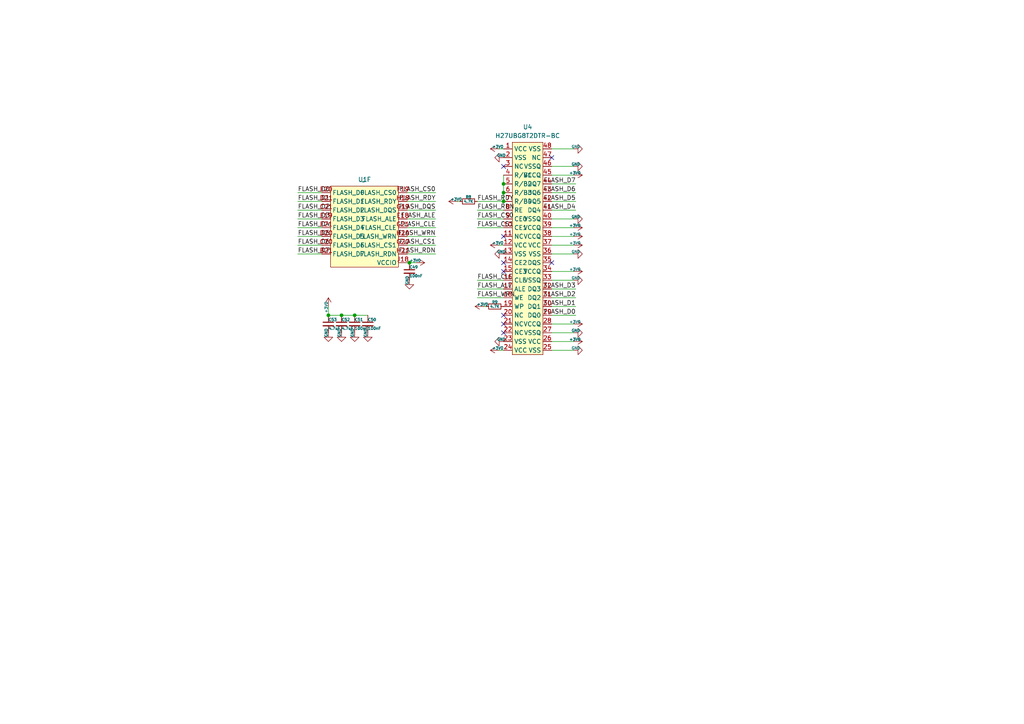
<source format=kicad_sch>
(kicad_sch (version 20221206) (generator eeschema)
  (paper "A4")
  (lib_symbols
    (symbol "Device:C_Small" (pin_numbers hide) (pin_names (offset 0.254) hide)
      (property "Reference" "C" (at 0.254 1.778 0))
      (property "Value" "C_Small" (at 0.254 -2.032 0))
      (symbol "C_Small_0_1"
        (polyline (pts (xy -1.524 -0.508) (xy 1.524 -0.508)) (stroke (width 0.3302)))
        (polyline (pts (xy -1.524 0.508) (xy 1.524 0.508)) (stroke (width 0.3048)))
      )
      (symbol "C_Small_1_1"
        (pin passive line (at 0 2.54 270) (length 2.032) (name "~") (number "1"))
        (pin passive line (at 0 -2.54 90) (length 2.032) (name "~") (number "2"))
      )
    )
    (symbol "Device:R_Small" (pin_numbers hide) (pin_names (offset 0.254) hide)
      (property "Reference" "R" (at 0.762 0.508 0))
      (property "Value" "R_Small" (at 0.762 -1.016 0))
      (symbol "R_Small_0_1"
        (rectangle (start -0.762 1.778) (end 0.762 -1.778) (stroke (width 0.2032)))
      )
      (symbol "R_Small_1_1"
        (pin passive line (at 0 2.54 270) (length 0.762) (name "~") (number "1"))
        (pin passive line (at 0 -2.54 90) (length 0.762) (name "~") (number "2"))
      )
    )
    (symbol "Symbols:H27UBG8T2DTR-BC"
      (property "Reference" "U" (at 0 3.175 0))
      (property "Value" "H27UBG8T2DTR-BC" (at 0 1.27 0))
      (symbol "H27UBG8T2DTR-BC_0_1"
        (rectangle (start -4.445 0) (end 4.445 -61.595) (fill (type background)))
      )
      (symbol "H27UBG8T2DTR-BC_1_1"
        (pin passive line (at -6.985 -1.905 0) (length 2.54) (name "VCC") (number "1"))
        (pin bidirectional line (at -6.985 -24.765 0) (length 2.54) (name "CE1") (number "10"))
        (pin passive line (at -6.985 -27.305 0) (length 2.54) (name "NC") (number "11"))
        (pin passive line (at -6.985 -29.845 0) (length 2.54) (name "VCC") (number "12"))
        (pin passive line (at -6.985 -32.385 0) (length 2.54) (name "VSS") (number "13"))
        (pin bidirectional line (at -6.985 -34.925 0) (length 2.54) (name "CE2") (number "14"))
        (pin bidirectional line (at -6.985 -37.465 0) (length 2.54) (name "CE3") (number "15"))
        (pin bidirectional line (at -6.985 -40.005 0) (length 2.54) (name "CLE") (number "16"))
        (pin bidirectional line (at -6.985 -42.545 0) (length 2.54) (name "ALE") (number "17"))
        (pin bidirectional line (at -6.985 -45.085 0) (length 2.54) (name "WE") (number "18"))
        (pin input line (at -6.985 -47.625 0) (length 2.54) (name "WP") (number "19"))
        (pin passive line (at -6.985 -4.445 0) (length 2.54) (name "VSS") (number "2"))
        (pin passive line (at -6.985 -50.165 0) (length 2.54) (name "NC") (number "20"))
        (pin passive line (at -6.985 -52.705 0) (length 2.54) (name "NC") (number "21"))
        (pin passive line (at -6.985 -55.245 0) (length 2.54) (name "NC") (number "22"))
        (pin passive line (at -6.985 -57.785 0) (length 2.54) (name "VSS") (number "23"))
        (pin passive line (at -6.985 -60.325 0) (length 2.54) (name "VCC") (number "24"))
        (pin passive line (at 6.985 -60.325 180) (length 2.54) (name "VSS") (number "25"))
        (pin passive line (at 6.985 -57.785 180) (length 2.54) (name "VCC") (number "26"))
        (pin passive line (at 6.985 -55.245 180) (length 2.54) (name "VSSQ") (number "27"))
        (pin passive line (at 6.985 -52.705 180) (length 2.54) (name "VCCQ") (number "28"))
        (pin bidirectional line (at 6.985 -50.165 180) (length 2.54) (name "DQ0") (number "29"))
        (pin passive line (at -6.985 -6.985 0) (length 2.54) (name "NC") (number "3"))
        (pin bidirectional line (at 6.985 -47.625 180) (length 2.54) (name "DQ1") (number "30"))
        (pin bidirectional line (at 6.985 -45.085 180) (length 2.54) (name "DQ2") (number "31"))
        (pin bidirectional line (at 6.985 -42.545 180) (length 2.54) (name "DQ3") (number "32"))
        (pin passive line (at 6.985 -40.005 180) (length 2.54) (name "VSSQ") (number "33"))
        (pin passive line (at 6.985 -37.465 180) (length 2.54) (name "VCCQ") (number "34"))
        (pin bidirectional line (at 6.985 -34.925 180) (length 2.54) (name "DQS") (number "35"))
        (pin passive line (at 6.985 -32.385 180) (length 2.54) (name "VSS") (number "36"))
        (pin passive line (at 6.985 -29.845 180) (length 2.54) (name "VCC") (number "37"))
        (pin passive line (at 6.985 -27.305 180) (length 2.54) (name "VCCQ") (number "38"))
        (pin passive line (at 6.985 -24.765 180) (length 2.54) (name "VCCQ") (number "39"))
        (pin bidirectional line (at -6.985 -9.525 0) (length 2.54) (name "R/B1") (number "4"))
        (pin passive line (at 6.985 -22.225 180) (length 2.54) (name "VSSQ") (number "40"))
        (pin bidirectional line (at 6.985 -19.685 180) (length 2.54) (name "DQ4") (number "41"))
        (pin bidirectional line (at 6.985 -17.145 180) (length 2.54) (name "DQ5") (number "42"))
        (pin bidirectional line (at 6.985 -14.605 180) (length 2.54) (name "DQ6") (number "43"))
        (pin bidirectional line (at 6.985 -12.065 180) (length 2.54) (name "DQ7") (number "44"))
        (pin passive line (at 6.985 -9.525 180) (length 2.54) (name "VCCQ") (number "45"))
        (pin passive line (at 6.985 -6.985 180) (length 2.54) (name "VSSQ") (number "46"))
        (pin passive line (at 6.985 -4.445 180) (length 2.54) (name "NC") (number "47"))
        (pin passive line (at 6.985 -1.905 180) (length 2.54) (name "VSS") (number "48"))
        (pin bidirectional line (at -6.985 -12.065 0) (length 2.54) (name "R/B2") (number "5"))
        (pin bidirectional line (at -6.985 -14.605 0) (length 2.54) (name "R/B3") (number "6"))
        (pin bidirectional line (at -6.985 -17.145 0) (length 2.54) (name "R/B4") (number "7"))
        (pin bidirectional line (at -6.985 -19.685 0) (length 2.54) (name "RE") (number "8"))
        (pin bidirectional line (at -6.985 -22.225 0) (length 2.54) (name "CE0") (number "9"))
      )
    )
    (symbol "Symbols:RK3326"
      (property "Reference" "U" (at 0 0 0))
      (symbol "RK3326_1_1"
        (rectangle (start -4.445 -0.635) (end 4.445 -193.675) (fill (type background)))
        (pin passive line (at -6.985 -189.865 0) (length 2.54) (name "GND") (number "A1"))
        (pin passive line (at -6.985 -179.705 0) (length 2.54) (name "GND") (number "A11"))
        (pin passive line (at -6.985 -187.325 0) (length 2.54) (name "GND") (number "A21"))
        (pin passive line (at -6.985 -182.245 0) (length 2.54) (name "GND") (number "AA1"))
        (pin passive line (at -6.985 -184.785 0) (length 2.54) (name "GND") (number "AA21"))
        (pin passive line (at 6.985 -45.085 180) (length 2.54) (name "GND") (number "AA3"))
        (pin passive line (at -6.985 -177.165 0) (length 2.54) (name "GND") (number "B6"))
        (pin passive line (at -6.985 -174.625 0) (length 2.54) (name "GND") (number "B9"))
        (pin passive line (at -6.985 -167.005 0) (length 2.54) (name "GND") (number "C12"))
        (pin passive line (at -6.985 -172.085 0) (length 2.54) (name "GND") (number "C3"))
        (pin passive line (at -6.985 -169.545 0) (length 2.54) (name "GND") (number "C5"))
        (pin passive line (at -6.985 -164.465 0) (length 2.54) (name "GND") (number "D3"))
        (pin passive line (at -6.985 -161.925 0) (length 2.54) (name "GND") (number "D4"))
        (pin passive line (at -6.985 -159.385 0) (length 2.54) (name "GND") (number "D7"))
        (pin passive line (at -6.985 -139.065 0) (length 2.54) (name "GND") (number "E10"))
        (pin passive line (at -6.985 -131.445 0) (length 2.54) (name "GND") (number "E11"))
        (pin passive line (at -6.985 -156.845 0) (length 2.54) (name "GND") (number "E3"))
        (pin passive line (at -6.985 -154.305 0) (length 2.54) (name "GND") (number "E4"))
        (pin passive line (at -6.985 -151.765 0) (length 2.54) (name "GND") (number "E5"))
        (pin passive line (at -6.985 -149.225 0) (length 2.54) (name "GND") (number "E6"))
        (pin passive line (at -6.985 -146.685 0) (length 2.54) (name "GND") (number "E7"))
        (pin passive line (at -6.985 -144.145 0) (length 2.54) (name "GND") (number "E8"))
        (pin passive line (at -6.985 -141.605 0) (length 2.54) (name "GND") (number "E9"))
        (pin passive line (at -6.985 -128.905 0) (length 2.54) (name "GND") (number "F14"))
        (pin passive line (at -6.985 -126.365 0) (length 2.54) (name "GND") (number "F15"))
        (pin passive line (at -6.985 -123.825 0) (length 2.54) (name "GND") (number "F16"))
        (pin passive line (at -6.985 -136.525 0) (length 2.54) (name "GND") (number "F2"))
        (pin passive line (at -6.985 -133.985 0) (length 2.54) (name "GND") (number "F5"))
        (pin passive line (at -6.985 -113.665 0) (length 2.54) (name "GND") (number "G11"))
        (pin passive line (at -6.985 -108.585 0) (length 2.54) (name "GND") (number "G13"))
        (pin passive line (at -6.985 -106.045 0) (length 2.54) (name "GND") (number "G14"))
        (pin passive line (at -6.985 -70.485 0) (length 2.54) (name "GND") (number "G15"))
        (pin passive line (at -6.985 -73.025 0) (length 2.54) (name "GND") (number "G16"))
        (pin passive line (at -6.985 -121.285 0) (length 2.54) (name "GND") (number "G5"))
        (pin passive line (at -6.985 -118.745 0) (length 2.54) (name "GND") (number "G7"))
        (pin passive line (at -6.985 -116.205 0) (length 2.54) (name "GND") (number "G8"))
        (pin passive line (at -6.985 -80.645 0) (length 2.54) (name "GND") (number "H10"))
        (pin passive line (at -6.985 -78.105 0) (length 2.54) (name "GND") (number "H11"))
        (pin passive line (at -6.985 -75.565 0) (length 2.54) (name "GND") (number "H12"))
        (pin passive line (at -6.985 -52.705 0) (length 2.54) (name "GND") (number "H13"))
        (pin passive line (at -6.985 -47.625 0) (length 2.54) (name "GND") (number "H17"))
        (pin passive line (at -6.985 -98.425 0) (length 2.54) (name "GND") (number "H2"))
        (pin passive line (at -6.985 -95.885 0) (length 2.54) (name "GND") (number "H3"))
        (pin passive line (at -6.985 -93.345 0) (length 2.54) (name "GND") (number "H4"))
        (pin passive line (at -6.985 -90.805 0) (length 2.54) (name "GND") (number "H5"))
        (pin passive line (at -6.985 -88.265 0) (length 2.54) (name "GND") (number "H7"))
        (pin passive line (at -6.985 -85.725 0) (length 2.54) (name "GND") (number "H8"))
        (pin passive line (at -6.985 -83.185 0) (length 2.54) (name "GND") (number "H9"))
        (pin passive line (at -6.985 -60.325 0) (length 2.54) (name "GND") (number "J10"))
        (pin passive line (at -6.985 -57.785 0) (length 2.54) (name "GND") (number "J11"))
        (pin passive line (at -6.985 -55.245 0) (length 2.54) (name "GND") (number "J12"))
        (pin passive line (at -6.985 -29.845 0) (length 2.54) (name "GND") (number "J13"))
        (pin passive line (at -6.985 -50.165 0) (length 2.54) (name "GND") (number "J17"))
        (pin passive line (at -6.985 -67.945 0) (length 2.54) (name "GND") (number "J5"))
        (pin passive line (at -6.985 -65.405 0) (length 2.54) (name "GND") (number "J8"))
        (pin passive line (at -6.985 -62.865 0) (length 2.54) (name "GND") (number "J9"))
        (pin passive line (at -6.985 -37.465 0) (length 2.54) (name "GND") (number "K11"))
        (pin passive line (at -6.985 -32.385 0) (length 2.54) (name "GND") (number "K12"))
        (pin passive line (at -6.985 -27.305 0) (length 2.54) (name "GND") (number "K13"))
        (pin passive line (at -6.985 -22.225 0) (length 2.54) (name "GND") (number "K17"))
        (pin passive line (at -6.985 -19.685 0) (length 2.54) (name "GND") (number "K18"))
        (pin passive line (at -6.985 -45.085 0) (length 2.54) (name "GND") (number "K5"))
        (pin passive line (at -6.985 -42.545 0) (length 2.54) (name "GND") (number "K8"))
        (pin passive line (at 6.985 -192.405 180) (length 2.54) (name "GND") (number "L12"))
        (pin passive line (at -6.985 -17.145 0) (length 2.54) (name "GND") (number "L13"))
        (pin passive line (at -6.985 -24.765 0) (length 2.54) (name "GND") (number "L14"))
        (pin passive line (at 6.985 -6.985 180) (length 2.54) (name "GND") (number "L15"))
        (pin passive line (at 6.985 -83.185 180) (length 2.54) (name "GND") (number "L16"))
        (pin passive line (at 6.985 -24.765 180) (length 2.54) (name "GND") (number "L17"))
        (pin passive line (at 6.985 -88.265 180) (length 2.54) (name "GND") (number "L18"))
        (pin passive line (at -6.985 -14.605 0) (length 2.54) (name "GND") (number "L3"))
        (pin passive line (at -6.985 -12.065 0) (length 2.54) (name "GND") (number "L4"))
        (pin passive line (at -6.985 -9.525 0) (length 2.54) (name "GND") (number "L5"))
        (pin passive line (at -6.985 -6.985 0) (length 2.54) (name "GND") (number "L8"))
        (pin passive line (at 6.985 -29.845 180) (length 2.54) (name "GND") (number "M10"))
        (pin passive line (at -6.985 -34.925 0) (length 2.54) (name "GND") (number "M12"))
        (pin passive line (at -6.985 -40.005 0) (length 2.54) (name "GND") (number "M13"))
        (pin passive line (at -6.985 -1.905 0) (length 2.54) (name "GND") (number "M14"))
        (pin passive line (at 6.985 -90.805 180) (length 2.54) (name "GND") (number "M15"))
        (pin passive line (at 6.985 -70.485 180) (length 2.54) (name "GND") (number "M16"))
        (pin passive line (at 6.985 -55.245 180) (length 2.54) (name "GND") (number "M17"))
        (pin passive line (at 6.985 -75.565 180) (length 2.54) (name "GND") (number "M5"))
        (pin passive line (at 6.985 -40.005 180) (length 2.54) (name "GND") (number "M8"))
        (pin passive line (at 6.985 -67.945 180) (length 2.54) (name "GND") (number "M9"))
        (pin passive line (at 6.985 -80.645 180) (length 2.54) (name "GND") (number "N10"))
        (pin passive line (at -6.985 -4.445 0) (length 2.54) (name "GND") (number "N14"))
        (pin passive line (at 6.985 -34.925 180) (length 2.54) (name "GND") (number "N15"))
        (pin passive line (at 6.985 -9.525 180) (length 2.54) (name "GND") (number "N16"))
        (pin passive line (at 6.985 -50.165 180) (length 2.54) (name "GND") (number "N3"))
        (pin passive line (at 6.985 -22.225 180) (length 2.54) (name "GND") (number "N5"))
        (pin passive line (at 6.985 -12.065 180) (length 2.54) (name "GND") (number "N6"))
        (pin passive line (at 6.985 -78.105 180) (length 2.54) (name "GND") (number "N7"))
        (pin passive line (at 6.985 -42.545 180) (length 2.54) (name "GND") (number "N8"))
        (pin passive line (at 6.985 -27.305 180) (length 2.54) (name "GND") (number "N9"))
        (pin passive line (at 6.985 -62.865 180) (length 2.54) (name "GND") (number "P10"))
        (pin passive line (at 6.985 -17.145 180) (length 2.54) (name "GND") (number "P11"))
        (pin passive line (at 6.985 -73.025 180) (length 2.54) (name "GND") (number "P12"))
        (pin passive line (at 6.985 -65.405 180) (length 2.54) (name "GND") (number "P13"))
        (pin passive line (at 6.985 -32.385 180) (length 2.54) (name "GND") (number "P14"))
        (pin passive line (at 6.985 -47.625 180) (length 2.54) (name "GND") (number "P15"))
        (pin passive line (at 6.985 -14.605 180) (length 2.54) (name "GND") (number "P16"))
        (pin passive line (at 6.985 -4.445 180) (length 2.54) (name "GND") (number "P4"))
        (pin passive line (at 6.985 -85.725 180) (length 2.54) (name "GND") (number "P5"))
        (pin passive line (at 6.985 -1.905 180) (length 2.54) (name "GND") (number "P6"))
        (pin passive line (at 6.985 -60.325 180) (length 2.54) (name "GND") (number "P7"))
        (pin passive line (at 6.985 -52.705 180) (length 2.54) (name "GND") (number "P8"))
        (pin passive line (at 6.985 -19.685 180) (length 2.54) (name "GND") (number "P9"))
        (pin passive line (at 6.985 -103.505 180) (length 2.54) (name "GND") (number "R10"))
        (pin passive line (at 6.985 -106.045 180) (length 2.54) (name "GND") (number "R11"))
        (pin passive line (at 6.985 -108.585 180) (length 2.54) (name "GND") (number "R12"))
        (pin passive line (at 6.985 -111.125 180) (length 2.54) (name "GND") (number "R13"))
        (pin passive line (at 6.985 -113.665 180) (length 2.54) (name "GND") (number "R14"))
        (pin passive line (at 6.985 -116.205 180) (length 2.54) (name "GND") (number "R15"))
        (pin passive line (at 6.985 -118.745 180) (length 2.54) (name "GND") (number "R16"))
        (pin passive line (at 6.985 -121.285 180) (length 2.54) (name "GND") (number "R17"))
        (pin passive line (at 6.985 -57.785 180) (length 2.54) (name "GND") (number "R5"))
        (pin passive line (at 6.985 -93.345 180) (length 2.54) (name "GND") (number "R6"))
        (pin passive line (at 6.985 -95.885 180) (length 2.54) (name "GND") (number "R7"))
        (pin passive line (at 6.985 -98.425 180) (length 2.54) (name "GND") (number "R8"))
        (pin passive line (at 6.985 -100.965 180) (length 2.54) (name "GND") (number "R9"))
        (pin passive line (at 6.985 -141.605 180) (length 2.54) (name "GND") (number "T10"))
        (pin passive line (at 6.985 -144.145 180) (length 2.54) (name "GND") (number "T11"))
        (pin passive line (at -6.985 -100.965 0) (length 2.54) (name "GND") (number "T12"))
        (pin passive line (at 6.985 -149.225 180) (length 2.54) (name "GND") (number "T14"))
        (pin passive line (at 6.985 -151.765 180) (length 2.54) (name "GND") (number "T15"))
        (pin passive line (at 6.985 -154.305 180) (length 2.54) (name "GND") (number "T16"))
        (pin passive line (at 6.985 -156.845 180) (length 2.54) (name "GND") (number "T17"))
        (pin passive line (at 6.985 -159.385 180) (length 2.54) (name "GND") (number "T18"))
        (pin passive line (at 6.985 -123.825 180) (length 2.54) (name "GND") (number "T3"))
        (pin passive line (at 6.985 -126.365 180) (length 2.54) (name "GND") (number "T4"))
        (pin passive line (at 6.985 -128.905 180) (length 2.54) (name "GND") (number "T5"))
        (pin passive line (at 6.985 -131.445 180) (length 2.54) (name "GND") (number "T6"))
        (pin passive line (at 6.985 -133.985 180) (length 2.54) (name "GND") (number "T7"))
        (pin passive line (at 6.985 -136.525 180) (length 2.54) (name "GND") (number "T8"))
        (pin passive line (at 6.985 -139.065 180) (length 2.54) (name "GND") (number "T9"))
        (pin passive line (at 6.985 -164.465 180) (length 2.54) (name "GND") (number "U14"))
        (pin passive line (at 6.985 -167.005 180) (length 2.54) (name "GND") (number "U15"))
        (pin passive line (at 6.985 -169.545 180) (length 2.54) (name "GND") (number "U16"))
        (pin passive line (at 6.985 -172.085 180) (length 2.54) (name "GND") (number "U17"))
        (pin passive line (at 6.985 -174.625 180) (length 2.54) (name "GND") (number "U18"))
        (pin passive line (at 6.985 -161.925 180) (length 2.54) (name "GND") (number "U5"))
        (pin passive line (at 6.985 -182.245 180) (length 2.54) (name "GND") (number "V16"))
        (pin passive line (at 6.985 -184.785 180) (length 2.54) (name "GND") (number "V17"))
        (pin passive line (at 6.985 -187.325 180) (length 2.54) (name "GND") (number "V18"))
        (pin passive line (at 6.985 -189.865 180) (length 2.54) (name "GND") (number "V19"))
        (pin passive line (at 6.985 -177.165 180) (length 2.54) (name "GND") (number "V2"))
        (pin passive line (at 6.985 -179.705 180) (length 2.54) (name "GND") (number "V5"))
        (pin passive line (at -6.985 -103.505 0) (length 2.54) (name "GND") (number "W11"))
        (pin passive line (at 6.985 -37.465 180) (length 2.54) (name "GND") (number "W17"))
        (pin passive line (at -6.985 -192.405 0) (length 2.54) (name "GND") (number "W18"))
        (pin passive line (at -6.985 -111.125 0) (length 2.54) (name "GND") (number "W3"))
        (pin passive line (at 6.985 -146.685 180) (length 2.54) (name "GND") (number "W4"))
      )
      (symbol "RK3326_2_1"
        (rectangle (start -10.795 -1.27) (end 10.795 -24.13) (fill (type background)))
        (pin passive line (at 13.335 -22.86 180) (length 2.54) (name "VDD_CPU") (number "H14"))
        (pin passive line (at 13.335 -20.32 180) (length 2.54) (name "VDD_CPU") (number "H15"))
        (pin passive line (at 13.335 -17.78 180) (length 2.54) (name "VDD_CPU") (number "H16"))
        (pin passive line (at 13.335 -15.24 180) (length 2.54) (name "VDD_CPU") (number "J14"))
        (pin passive line (at 13.335 -12.7 180) (length 2.54) (name "VDD_CPU") (number "J15"))
        (pin passive line (at 13.335 -10.16 180) (length 2.54) (name "VDD_CPU") (number "J16"))
        (pin passive line (at -13.335 -17.78 0) (length 2.54) (name "VDD_LOGIC") (number "K10"))
        (pin passive line (at 13.335 -7.62 180) (length 2.54) (name "VDD_CPU") (number "K14"))
        (pin passive line (at 13.335 -5.08 180) (length 2.54) (name "VDD_CPU") (number "K15"))
        (pin passive line (at 13.335 -2.54 180) (length 2.54) (name "VDD_CPU") (number "K16"))
        (pin passive line (at -13.335 -22.86 0) (length 2.54) (name "VDD_LOGIC") (number "K9"))
        (pin passive line (at -13.335 -15.24 0) (length 2.54) (name "VDD_LOGIC") (number "L10"))
        (pin passive line (at -13.335 -2.54 0) (length 2.54) (name "VDD_LOGIC") (number "L11"))
        (pin passive line (at -13.335 -20.32 0) (length 2.54) (name "VDD_LOGIC") (number "L9"))
        (pin passive line (at -13.335 -5.08 0) (length 2.54) (name "VDD_LOGIC") (number "M11"))
        (pin passive line (at -13.335 -12.7 0) (length 2.54) (name "VDD_LOGIC") (number "N11"))
        (pin passive line (at -13.335 -7.62 0) (length 2.54) (name "VDD_LOGIC") (number "N12"))
        (pin passive line (at -13.335 -10.16 0) (length 2.54) (name "VDD_LOGIC") (number "N13"))
      )
      (symbol "RK3326_3_1"
        (rectangle (start -12.065 -1.27) (end 12.065 -27.305) (fill (type background)))
        (pin bidirectional line (at 14.605 -10.795 180) (length 2.54) (name "SDMMC_DETN/GPIO_A3_u") (number "AA20"))
        (pin passive line (at -14.605 -5.715 0) (length 2.54) (name "PLL_AVDD_1V8") (number "M18"))
        (pin passive line (at -14.605 -13.335 0) (length 2.54) (name "AVSS") (number "N17"))
        (pin passive line (at -14.605 -26.035 0) (length 2.54) (name "PLL_AVDD_1V0") (number "N18"))
        (pin passive line (at 14.605 -23.495 180) (length 2.54) (name "PMUIO_VDD_1V0") (number "P17"))
        (pin passive line (at -14.605 -8.255 0) (length 2.54) (name "OTP_VCC_1V8") (number "T13"))
        (pin bidirectional line (at 14.605 -15.875 180) (length 2.54) (name "GPIO0_A5_u") (number "T21"))
        (pin passive line (at 14.605 -26.035 180) (length 2.54) (name "PMUIO1") (number "U19"))
        (pin input line (at -14.605 -15.875 0) (length 2.54) (name "OSC_24M_IN") (number "U20"))
        (pin input line (at -14.605 -20.955 0) (length 2.54) (name "OSC_24M_OUT") (number "U21"))
        (pin bidirectional line (at 14.605 -13.335 180) (length 2.54) (name "TSADC_SHUT_M1") (number "V20"))
        (pin bidirectional line (at 14.605 -8.255 180) (length 2.54) (name "GPIO_A2_d") (number "V21"))
        (pin passive line (at -14.605 -23.495 0) (length 2.54) (name "TVSS") (number "W19"))
        (pin input line (at -14.605 -18.415 0) (length 2.54) (name "NPOR") (number "W20"))
        (pin bidirectional line (at 14.605 -18.415 180) (length 2.54) (name "TSADC_SHUT_M0") (number "W21"))
        (pin bidirectional line (at 14.605 -20.955 180) (length 2.54) (name "GPIO_A7_u") (number "Y19"))
        (pin bidirectional line (at 14.605 -5.715 180) (length 2.54) (name "GPIO_A1_d") (number "Y20"))
        (pin bidirectional line (at 14.605 -3.175 180) (length 2.54) (name "REF_CLKO/GPIO0_A0_d") (number "Y21"))
      )
      (symbol "RK3326_4_1"
        (rectangle (start -11.43 -1.27) (end 11.43 -21.59) (fill (type background)))
        (pin bidirectional line (at 13.97 -20.32 180) (length 2.54) (name "GPIO0_B7_d") (number "M19"))
        (pin bidirectional line (at -13.97 -20.32 0) (length 2.54) (name "GPIO0_B5_u") (number "N19"))
        (pin bidirectional line (at -13.97 -12.7 0) (length 2.54) (name "GPIO0_B2_d") (number "N20"))
        (pin bidirectional line (at 13.97 -17.78 180) (length 2.54) (name "GPIO0_C0_d") (number "N21"))
        (pin bidirectional line (at -13.97 -15.24 0) (length 2.54) (name "GPIO0_B3_d") (number "P18"))
        (pin bidirectional line (at 13.97 -15.24 180) (length 2.54) (name "GPIO0_C1_d") (number "P19"))
        (pin bidirectional line (at 13.97 -7.62 180) (length 2.54) (name "CLKIO_32K") (number "P20"))
        (pin bidirectional line (at -13.97 -10.16 0) (length 2.54) (name "I2C0_SDA") (number "P21"))
        (pin bidirectional line (at -13.97 -17.78 0) (length 2.54) (name "GPIO0_B4_u") (number "R18"))
        (pin input line (at 13.97 -5.08 180) (length 2.54) (name "FLASH_VOLSEL_u") (number "R19"))
        (pin bidirectional line (at 13.97 -10.16 180) (length 2.54) (name "I2C1_SDA") (number "R20"))
        (pin bidirectional line (at -13.97 -7.62 0) (length 2.54) (name "I2C0_SCL") (number "R21"))
        (pin passive line (at 13.97 -2.54 180) (length 2.54) (name "PMUIO2") (number "T19"))
        (pin bidirectional line (at 13.97 -12.7 180) (length 2.54) (name "I2C1_SCL") (number "T20"))
      )
      (symbol "RK3326_5_1"
        (rectangle (start -10.795 -0.635) (end 10.795 -120.015) (fill (type background)))
        (pin bidirectional line (at 13.335 -28.575 180) (length 2.54) (name "DDR3_A10") (number "A10"))
        (pin output line (at 13.335 -56.515 180) (length 2.54) (name "DDR_RST") (number "A2"))
        (pin bidirectional line (at 13.335 -79.375 180) (length 2.54) (name "DDR3_BA0") (number "A3"))
        (pin bidirectional line (at 13.335 -15.875 180) (length 2.54) (name "DDR3_A5") (number "A4"))
        (pin bidirectional line (at 13.335 -84.455 180) (length 2.54) (name "DDR3_BA2") (number "A5"))
        (pin bidirectional line (at 13.335 -38.735 180) (length 2.54) (name "DDR3_A14") (number "A7"))
        (pin bidirectional line (at 13.335 -13.335 180) (length 2.54) (name "DDR3_A4") (number "A8"))
        (pin bidirectional line (at 13.335 -33.655 180) (length 2.54) (name "DDR3_A12") (number "A9"))
        (pin bidirectional line (at -13.335 -23.495 0) (length 2.54) (name "DDR_DQ8") (number "AA2"))
        (pin bidirectional line (at 13.335 -59.055 180) (length 2.54) (name "CLKN") (number "B1"))
        (pin bidirectional line (at 13.335 -81.915 180) (length 2.54) (name "DDR3_BA1") (number "B10"))
        (pin output line (at 13.335 -48.895 180) (length 2.54) (name "DDR_CKE") (number "B11"))
        (pin bidirectional line (at 13.335 -61.595 180) (length 2.54) (name "CLKP") (number "B2"))
        (pin output line (at 13.335 -66.675 180) (length 2.54) (name "DDR_CS0") (number "B3"))
        (pin bidirectional line (at 13.335 -20.955 180) (length 2.54) (name "DDR3_A7") (number "B4"))
        (pin bidirectional line (at 13.335 -10.795 180) (length 2.54) (name "DDR3_A3") (number "B5"))
        (pin bidirectional line (at 13.335 -31.115 180) (length 2.54) (name "DDR3_A11") (number "B7"))
        (pin bidirectional line (at 13.335 -18.415 180) (length 2.54) (name "DDR3_A6") (number "B8"))
        (pin bidirectional line (at 13.335 -23.495 180) (length 2.54) (name "DDR3_A8") (number "C10"))
        (pin bidirectional line (at 13.335 -76.835 180) (length 2.54) (name "DDR3_ODT1") (number "C11"))
        (pin bidirectional line (at -13.335 -69.215 0) (length 2.54) (name "DDR_DQ26") (number "C2"))
        (pin output line (at 13.335 -51.435 180) (length 2.54) (name "DDR_RASN") (number "C4"))
        (pin bidirectional line (at 13.335 -26.035 180) (length 2.54) (name "DDR3_A9") (number "C6"))
        (pin bidirectional line (at 13.335 -3.175 180) (length 2.54) (name "DDR3_A0") (number "C7"))
        (pin output line (at 13.335 -46.355 180) (length 2.54) (name "DDR_WEN") (number "C8"))
        (pin bidirectional line (at 13.335 -41.275 180) (length 2.54) (name "DDR3_A15") (number "C9"))
        (pin bidirectional line (at -13.335 -79.375 0) (length 2.54) (name "DDR_DQ30") (number "D1"))
        (pin bidirectional line (at 13.335 -5.715 180) (length 2.54) (name "DDR3_A1") (number "D10"))
        (pin output line (at 13.335 -64.135 180) (length 2.54) (name "DDR_CS1") (number "D11"))
        (pin bidirectional line (at -13.335 -71.755 0) (length 2.54) (name "DDR_DQ27") (number "D2"))
        (pin bidirectional line (at 13.335 -74.295 180) (length 2.54) (name "DDR3_ODT0") (number "D5"))
        (pin bidirectional line (at 13.335 -36.195 180) (length 2.54) (name "DDR3_A13") (number "D6"))
        (pin bidirectional line (at 13.335 -8.255 180) (length 2.54) (name "DDR3_A2") (number "D8"))
        (pin output line (at 13.335 -53.975 180) (length 2.54) (name "DDR_CASN") (number "D9"))
        (pin bidirectional line (at -13.335 -81.915 0) (length 2.54) (name "DDR_DQ31") (number "E1"))
        (pin bidirectional line (at -13.335 -59.055 0) (length 2.54) (name "DDR_DQ22") (number "E2"))
        (pin passive line (at 13.335 -113.665 180) (length 2.54) (name "DDRIO_VDD") (number "F10"))
        (pin bidirectional line (at -13.335 -48.895 0) (length 2.54) (name "DDR_DQ18") (number "F3"))
        (pin bidirectional line (at -13.335 -43.815 0) (length 2.54) (name "DDR_DQ16") (number "F4"))
        (pin passive line (at 13.335 -118.745 180) (length 2.54) (name "DDRIO_VDD") (number "F8"))
        (pin passive line (at 13.335 -116.205 180) (length 2.54) (name "DDRIO_VDD") (number "F9"))
        (pin bidirectional line (at -13.335 -118.745 0) (length 2.54) (name "DQS3N") (number "G1"))
        (pin passive line (at 13.335 -108.585 180) (length 2.54) (name "DDRIO_VDD") (number "G10"))
        (pin bidirectional line (at -13.335 -116.205 0) (length 2.54) (name "DQS3P") (number "G2"))
        (pin bidirectional line (at -13.335 -46.355 0) (length 2.54) (name "DDR_DQ17") (number "G3"))
        (pin bidirectional line (at -13.335 -93.345 0) (length 2.54) (name "DDR_DM2") (number "G4"))
        (pin passive line (at 13.335 -111.125 180) (length 2.54) (name "DDRIO_VDD") (number "G9"))
        (pin bidirectional line (at -13.335 -113.665 0) (length 2.54) (name "DQS2N") (number "J1"))
        (pin bidirectional line (at -13.335 -111.125 0) (length 2.54) (name "DQS2P") (number "J2"))
        (pin bidirectional line (at -13.335 -76.835 0) (length 2.54) (name "DDR_DQ29") (number "J3"))
        (pin bidirectional line (at -13.335 -66.675 0) (length 2.54) (name "DDR_DQ25") (number "J4"))
        (pin passive line (at 13.335 -106.045 180) (length 2.54) (name "DDRIO_VDD") (number "J6"))
        (pin passive line (at 13.335 -103.505 180) (length 2.54) (name "DDRIO_VDD") (number "J7"))
        (pin bidirectional line (at -13.335 -51.435 0) (length 2.54) (name "DDR_DQ19") (number "K2"))
        (pin bidirectional line (at -13.335 -64.135 0) (length 2.54) (name "DDR_DQ24") (number "K3"))
        (pin bidirectional line (at -13.335 -74.295 0) (length 2.54) (name "DDR_DQ28") (number "K4"))
        (pin passive line (at 13.335 -100.965 180) (length 2.54) (name "DDRIO_VDD") (number "K6"))
        (pin passive line (at 13.335 -98.425 180) (length 2.54) (name "DDRIO_VDD") (number "K7"))
        (pin bidirectional line (at -13.335 -61.595 0) (length 2.54) (name "DDR_DQ23") (number "L1"))
        (pin bidirectional line (at -13.335 -53.975 0) (length 2.54) (name "DDR_DQ20") (number "L2"))
        (pin passive line (at 13.335 -95.885 180) (length 2.54) (name "DDRIO_VDD") (number "L6"))
        (pin passive line (at 13.335 -93.345 180) (length 2.54) (name "DDRIO_VDD") (number "L7"))
        (pin bidirectional line (at -13.335 -56.515 0) (length 2.54) (name "DDR_DQ21") (number "M1"))
        (pin bidirectional line (at -13.335 -31.115 0) (length 2.54) (name "DDR_DQ11") (number "M2"))
        (pin bidirectional line (at -13.335 -36.195 0) (length 2.54) (name "DDR_DQ13") (number "M3"))
        (pin bidirectional line (at -13.335 -95.885 0) (length 2.54) (name "DDR_DM3") (number "M4"))
        (pin passive line (at 13.335 -90.805 180) (length 2.54) (name "DDRIO_VDD") (number "M6"))
        (pin passive line (at 13.335 -88.265 180) (length 2.54) (name "DDRIO_VDD") (number "M7"))
        (pin bidirectional line (at -13.335 -13.335 0) (length 2.54) (name "DDR_DQ4") (number "N2"))
        (pin bidirectional line (at -13.335 -41.275 0) (length 2.54) (name "DDR_DQ15") (number "N4"))
        (pin bidirectional line (at -13.335 -26.035 0) (length 2.54) (name "DDR_DQ9") (number "P3"))
        (pin bidirectional line (at -13.335 -5.715 0) (length 2.54) (name "DDR_DQ1") (number "R1"))
        (pin bidirectional line (at -13.335 -18.415 0) (length 2.54) (name "DDR_DQ6") (number "R2"))
        (pin bidirectional line (at -13.335 -15.875 0) (length 2.54) (name "DDR_DQ5") (number "R3"))
        (pin bidirectional line (at -13.335 -3.175 0) (length 2.54) (name "DDR_DQ0") (number "R4"))
        (pin bidirectional line (at -13.335 -88.265 0) (length 2.54) (name "DDR_DM0") (number "T2"))
        (pin bidirectional line (at -13.335 -108.585 0) (length 2.54) (name "DQS1N") (number "U1"))
        (pin bidirectional line (at -13.335 -106.045 0) (length 2.54) (name "DQS1P") (number "U2"))
        (pin bidirectional line (at -13.335 -8.255 0) (length 2.54) (name "DDR_DQ2") (number "U3"))
        (pin bidirectional line (at -13.335 -90.805 0) (length 2.54) (name "DDR_DM1") (number "U4"))
        (pin bidirectional line (at -13.335 -38.735 0) (length 2.54) (name "DDR_DQ14") (number "V3"))
        (pin bidirectional line (at -13.335 -33.655 0) (length 2.54) (name "DDR_DQ12") (number "V4"))
        (pin bidirectional line (at -13.335 -103.505 0) (length 2.54) (name "DQS0N") (number "W1"))
        (pin bidirectional line (at -13.335 -100.965 0) (length 2.54) (name "DQS0P") (number "W2"))
        (pin bidirectional line (at -13.335 -20.955 0) (length 2.54) (name "DDR_DQ7") (number "Y1"))
        (pin bidirectional line (at -13.335 -10.795 0) (length 2.54) (name "DDR_DQ3") (number "Y2"))
        (pin bidirectional line (at -13.335 -28.575 0) (length 2.54) (name "DDR_DQ10") (number "Y3"))
      )
      (symbol "RK3326_6_1"
        (rectangle (start -9.525 -1.27) (end 10.16 -24.765) (fill (type background)))
        (pin bidirectional line (at -12.065 -20.955 0) (length 2.54) (name "FLASH_D7") (number "B21"))
        (pin bidirectional line (at -12.065 -18.415 0) (length 2.54) (name "FLASH_D6") (number "C20"))
        (pin bidirectional line (at -12.065 -8.255 0) (length 2.54) (name "FLASH_D2") (number "C21"))
        (pin bidirectional line (at -12.065 -15.875 0) (length 2.54) (name "FLASH_D5") (number "D20"))
        (pin bidirectional line (at -12.065 -5.715 0) (length 2.54) (name "FLASH_D1") (number "D21"))
        (pin bidirectional line (at 12.7 -10.795 180) (length 2.54) (name "FLASH_ALE") (number "E18"))
        (pin bidirectional line (at -12.065 -10.795 0) (length 2.54) (name "FLASH_D3") (number "E19"))
        (pin bidirectional line (at -12.065 -3.175 0) (length 2.54) (name "FLASH_D0") (number "E20"))
        (pin bidirectional line (at -12.065 -13.335 0) (length 2.54) (name "FLASH_D4") (number "E21"))
        (pin bidirectional line (at 12.7 -3.175 180) (length 2.54) (name "FLASH_CS0") (number "F19"))
        (pin bidirectional line (at 12.7 -8.255 180) (length 2.54) (name "FLASH_DQS") (number "G19"))
        (pin bidirectional line (at 12.7 -18.415 180) (length 2.54) (name "FLASH_CS1") (number "G20"))
        (pin bidirectional line (at 12.7 -13.335 180) (length 2.54) (name "FLASH_CLE") (number "G21"))
        (pin bidirectional line (at 12.7 -5.715 180) (length 2.54) (name "FLASH_RDY") (number "H18"))
        (pin bidirectional line (at 12.7 -15.875 180) (length 2.54) (name "FLASH_WRN") (number "H20"))
        (pin bidirectional line (at 12.7 -20.955 180) (length 2.54) (name "FLASH_RDN") (number "H21"))
        (pin passive line (at 12.7 -23.495 180) (length 2.54) (name "VCCIO") (number "J18"))
      )
      (symbol "RK3326_7_1"
        (rectangle (start -6.985 -1.27) (end 6.985 -25.4) (fill (type background)))
        (pin bidirectional line (at 9.525 -7.62 180) (length 2.54) (name "USB_OTG_DN") (number "AA10"))
        (pin input line (at 9.525 -15.24 180) (length 2.54) (name "USB_RBIAS") (number "AA11"))
        (pin passive line (at 9.525 -24.13 180) (length 2.54) (name "USB_AVDD_1V0") (number "U12"))
        (pin passive line (at 9.525 -21.59 180) (length 2.54) (name "USB_AVDD_1V8") (number "V13"))
        (pin passive line (at 9.525 -19.05 180) (length 2.54) (name "USB_AVDD_3V3") (number "W13"))
        (pin bidirectional line (at 9.525 -10.16 180) (length 2.54) (name "USB_OTG_DP") (number "Y10"))
        (pin bidirectional line (at 9.525 -5.08 180) (length 2.54) (name "USB_ID") (number "Y11"))
        (pin passive line (at 9.525 -2.54 180) (length 2.54) (name "USB_VBUS") (number "Y13"))
      )
      (symbol "RK3326_8_1"
        (rectangle (start -6.985 -1.27) (end 6.985 -12.7) (fill (type background)))
        (pin passive line (at 9.525 -3.175 180) (length 2.54) (name "ADC_AVDD_1V8") (number "U13"))
        (pin input line (at 9.525 -10.795 180) (length 2.54) (name "ADC_IN0") (number "V14"))
        (pin input line (at 9.525 -5.715 180) (length 2.54) (name "ADC_IN2") (number "V15"))
        (pin input line (at 9.525 -8.255 180) (length 2.54) (name "ADC_IN1") (number "W14"))
      )
      (symbol "RK3326_9_1"
        (rectangle (start -9.525 -1.905) (end 9.525 -32.385) (fill (type background)))
        (pin bidirectional line (at 12.065 -26.035 180) (length 2.54) (name "MIPI_CSI_CLKN") (number "U10"))
        (pin input line (at 12.065 -28.575 180) (length 2.54) (name "MIPI_CSI_RBIAS") (number "U11"))
        (pin passive line (at 12.065 -31.115 180) (length 2.54) (name "MIPI_CSI_AVDD_1V0") (number "U8"))
        (pin bidirectional line (at 12.065 -13.335 180) (length 2.54) (name "MIPI_CSI_D2P") (number "U9"))
        (pin bidirectional line (at 12.065 -23.495 180) (length 2.54) (name "MIPI_CSI_CLKP") (number "V10"))
        (pin bidirectional line (at 12.065 -5.715 180) (length 2.54) (name "MIPI_CSI_D0N") (number "V11"))
        (pin bidirectional line (at 12.065 -15.875 180) (length 2.54) (name "MIPI_CSI_D2N") (number "V8"))
        (pin bidirectional line (at 12.065 -18.415 180) (length 2.54) (name "MIPI_CSI_D3P") (number "V9"))
        (pin bidirectional line (at 12.065 -3.175 180) (length 2.54) (name "MIPI_CSI_D0P") (number "W10"))
        (pin bidirectional line (at 12.065 -20.955 180) (length 2.54) (name "MIPI_CSI_D3N") (number "W8"))
        (pin bidirectional line (at 12.065 -10.795 180) (length 2.54) (name "MIPI_CSI_D1N") (number "W9"))
        (pin bidirectional line (at 12.065 -8.255 180) (length 2.54) (name "MIPI_CSI_D1P") (number "Y9"))
      )
      (symbol "RK3326_10_1"
        (rectangle (start -8.255 -3.175) (end 8.255 -31.115) (fill (type background)))
        (pin bidirectional line (at 10.795 -17.145 180) (length 2.54) (name "CIF_HREF") (number "AA4"))
        (pin bidirectional line (at -10.795 -4.445 0) (length 2.54) (name "CIF_D2") (number "AA5"))
        (pin bidirectional line (at 10.795 -14.605 180) (length 2.54) (name "CIF_CLKI") (number "AA6"))
        (pin bidirectional line (at -10.795 -9.525 0) (length 2.54) (name "CIF_D4") (number "AA7"))
        (pin bidirectional line (at -10.795 -6.985 0) (length 2.54) (name "CIF_D3") (number "AA8"))
        (pin passive line (at 10.795 -19.685 180) (length 2.54) (name "VCCIO3") (number "U6"))
        (pin bidirectional line (at 10.795 -29.21 180) (length 2.54) (name "I2C2_SCL_CAM") (number "U7"))
        (pin bidirectional line (at 10.795 -9.525 180) (length 2.54) (name "HDMI_INT") (number "V12"))
        (pin bidirectional line (at 10.795 -26.67 180) (length 2.54) (name "I2C2_SDA_CAM") (number "V6"))
        (pin bidirectional line (at 10.795 -6.985 180) (length 2.54) (name "CAM_PDN1") (number "V7"))
        (pin bidirectional line (at -10.795 -19.685 0) (length 2.54) (name "CIF_D8") (number "W5"))
        (pin bidirectional line (at 10.795 -4.445 180) (length 2.54) (name "CAM_PDN0") (number "W6"))
        (pin bidirectional line (at -10.795 -22.225 0) (length 2.54) (name "CIF_D9") (number "W7"))
        (pin bidirectional line (at 10.795 -24.13 180) (length 2.54) (name "CIF_VSYNC") (number "Y4"))
        (pin bidirectional line (at 10.795 -12.065 180) (length 2.54) (name "CAM_CLKO") (number "Y5"))
        (pin bidirectional line (at -10.795 -12.065 0) (length 2.54) (name "CIF_D5") (number "Y6"))
        (pin bidirectional line (at -10.795 -17.145 0) (length 2.54) (name "CIF_D7") (number "Y7"))
        (pin bidirectional line (at -10.795 -14.605 0) (length 2.54) (name "CIF_D6") (number "Y8"))
      )
      (symbol "RK3326_11_1"
        (rectangle (start -7.62 -1.27) (end 7.62 -121.285) (fill (type background)))
        (pin output line (at 10.16 -18.415 180) (length 2.54) (name "MIPI_TX_D3P") (number "A12"))
        (pin output line (at 10.16 -23.495 180) (length 2.54) (name "MIPI_TX_CLKP") (number "A14"))
        (pin output line (at 10.16 -8.255 180) (length 2.54) (name "MIPI_TX_D1P") (number "A16"))
        (pin bidirectional line (at 10.16 -81.915 180) (length 2.54) (name "GPIO3_C5") (number "A18"))
        (pin bidirectional line (at 10.16 -69.215 180) (length 2.54) (name "GPIO3_C0") (number "A20"))
        (pin output line (at 10.16 -20.955 180) (length 2.54) (name "MIPI_TX_D3N") (number "B12"))
        (pin output line (at 10.16 -13.335 180) (length 2.54) (name "MIPI_TX_D2P") (number "B13"))
        (pin output line (at 10.16 -26.035 180) (length 2.54) (name "MIPI_TX_CLKN") (number "B14"))
        (pin output line (at 10.16 -10.795 180) (length 2.54) (name "MIPI_TX_D1N") (number "B15"))
        (pin output line (at 10.16 -5.715 180) (length 2.54) (name "MIPI_TX_D0N") (number "B16"))
        (pin output line (at 10.16 -3.175 180) (length 2.54) (name "MIPI_TX_D0P") (number "B17"))
        (pin bidirectional line (at 10.16 -53.975 180) (length 2.54) (name "GPIO3_B2") (number "B18"))
        (pin bidirectional line (at 10.16 -76.835 180) (length 2.54) (name "GPIO3_C3") (number "B19"))
        (pin bidirectional line (at 10.16 -71.755 180) (length 2.54) (name "GPIO3_C1") (number "B20"))
        (pin output line (at 10.16 -15.875 180) (length 2.54) (name "MIPI_TX_D2N") (number "C13"))
        (pin bidirectional line (at 10.16 -43.815 180) (length 2.54) (name "GPIO3_A6") (number "C14"))
        (pin bidirectional line (at 10.16 -38.735 180) (length 2.54) (name "GPIO3_A4") (number "C15"))
        (pin bidirectional line (at 10.16 -61.595 180) (length 2.54) (name "GPIO3_B5") (number "C16"))
        (pin bidirectional line (at 10.16 -56.515 180) (length 2.54) (name "GPIO3_B3") (number "C17"))
        (pin bidirectional line (at 10.16 -79.375 180) (length 2.54) (name "GPIO3_C4") (number "C18"))
        (pin bidirectional line (at 10.16 -74.295 180) (length 2.54) (name "GPIO3_C2") (number "C19"))
        (pin passive line (at 10.16 -119.38 180) (length 2.54) (name "VCCIO4") (number "D12"))
        (pin bidirectional line (at 10.16 -84.455 180) (length 2.54) (name "GPIO3_C6") (number "D13"))
        (pin bidirectional line (at 10.16 -86.995 180) (length 2.54) (name "GPIO3_C7") (number "D14"))
        (pin bidirectional line (at 10.16 -89.535 180) (length 2.54) (name "GPIO3_D0") (number "D15"))
        (pin bidirectional line (at 10.16 -92.075 180) (length 2.54) (name "GPIO3_D1") (number "D16"))
        (pin bidirectional line (at 10.16 -94.615 180) (length 2.54) (name "GPIO3_D2") (number "D17"))
        (pin bidirectional line (at 10.16 -97.155 180) (length 2.54) (name "GPIO3_D3") (number "D18"))
        (pin bidirectional line (at 10.16 -28.575 180) (length 2.54) (name "GPIO3_A0") (number "D19"))
        (pin passive line (at 10.16 -113.03 180) (length 2.54) (name "MIPI_AVDD_3V3") (number "E12"))
        (pin bidirectional line (at 10.16 -31.115 180) (length 2.54) (name "GPIO3_A1") (number "E13"))
        (pin bidirectional line (at 10.16 -36.195 180) (length 2.54) (name "GPIO3_A3") (number "E14"))
        (pin bidirectional line (at 10.16 -41.275 180) (length 2.54) (name "GPIO3_A5") (number "E15"))
        (pin bidirectional line (at 10.16 -46.355 180) (length 2.54) (name "GPIO3_A7") (number "E16"))
        (pin bidirectional line (at 10.16 -48.895 180) (length 2.54) (name "GPIO3_B0") (number "E17"))
        (pin passive line (at 10.16 -107.95 180) (length 2.54) (name "MIPI_AVDD_1V0") (number "F11"))
        (pin passive line (at 10.16 -110.49 180) (length 2.54) (name "MIPI_AVDD_1V8") (number "F12"))
        (pin bidirectional line (at 10.16 -33.655 180) (length 2.54) (name "GPIO3_A2") (number "F13"))
        (pin bidirectional line (at 10.16 -51.435 180) (length 2.54) (name "GPIO3_B1") (number "F17"))
        (pin bidirectional line (at 10.16 -59.055 180) (length 2.54) (name "GPIO3_B4") (number "F18"))
        (pin input line (at 10.16 -103.505 180) (length 2.54) (name "LVDS_RBIAS") (number "G12"))
        (pin bidirectional line (at 10.16 -66.675 180) (length 2.54) (name "GPIO3_B7") (number "G17"))
        (pin bidirectional line (at 10.16 -64.135 180) (length 2.54) (name "GPIO3_B6") (number "G18"))
      )
      (symbol "RK3326_12_1"
        (rectangle (start -5.715 -1.27) (end 5.715 -30.48) (fill (type background)))
        (pin bidirectional line (at 8.255 -15.875 180) (length 2.54) (name "GPIO1_C4") (number "H19"))
        (pin bidirectional line (at 8.255 -10.795 180) (length 2.54) (name "GPIO1_C3") (number "J19"))
        (pin bidirectional line (at 8.255 -8.255 180) (length 2.54) (name "GPIO1_C2") (number "J20"))
        (pin passive line (at 8.255 -13.335 180) (length 2.54) (name "VCCIO1") (number "K19"))
        (pin bidirectional line (at 8.255 -18.415 180) (length 2.54) (name "GPIO1_C5") (number "K20"))
        (pin bidirectional line (at 8.255 -20.955 180) (length 2.54) (name "GPIO1_C6") (number "K21"))
        (pin bidirectional line (at 8.255 -26.035 180) (length 2.54) (name "GPIO1_D0") (number "L19"))
        (pin bidirectional line (at 8.255 -28.575 180) (length 2.54) (name "GPIO1_D1") (number "L20"))
        (pin bidirectional line (at 8.255 -23.495 180) (length 2.54) (name "GPIO1_C7") (number "L21"))
        (pin bidirectional line (at 8.255 -3.175 180) (length 2.54) (name "GPIO1_C0") (number "M20"))
        (pin bidirectional line (at 8.255 -5.715 180) (length 2.54) (name "GPIO1_C1") (number "M21"))
      )
      (symbol "RK3326_13_1"
        (rectangle (start -5.08 -1.27) (end 5.08 -19.685) (fill (type background)))
        (pin bidirectional line (at 7.62 -13.335 180) (length 2.54) (name "GPIO2_C5") (number "AA13"))
        (pin bidirectional line (at 7.62 -5.715 180) (length 2.54) (name "GPIO2_C2") (number "AA14"))
        (pin bidirectional line (at 7.62 -3.175 180) (length 2.54) (name "GPIO2_C1") (number "AA15"))
        (pin bidirectional line (at 7.62 -15.875 180) (length 2.54) (name "GPIO2_C6") (number "W15"))
        (pin passive line (at 7.62 -18.415 180) (length 2.54) (name "VCCIO5") (number "W16"))
        (pin bidirectional line (at 7.62 -8.255 180) (length 2.54) (name "GPIO2_C3") (number "Y14"))
        (pin bidirectional line (at 7.62 -10.795 180) (length 2.54) (name "GPIO2_C4") (number "Y15"))
      )
      (symbol "RK3326_14_1"
        (rectangle (start -6.35 -1.27) (end 6.35 -19.685) (fill (type background)))
        (pin bidirectional line (at 8.89 -10.795 180) (length 2.54) (name "SDMMC0_D3") (number "AA16"))
        (pin bidirectional line (at 8.89 -5.715 180) (length 2.54) (name "SDMMC0_CMD") (number "AA17"))
        (pin bidirectional line (at 8.89 -18.415 180) (length 2.54) (name "SDMMC0_D0") (number "AA18"))
        (pin output line (at 8.89 -8.255 180) (length 2.54) (name "SDMMC0_CLKO") (number "AA19"))
        (pin bidirectional line (at 8.89 -13.335 180) (length 2.54) (name "SDMMC0_D2") (number "Y16"))
        (pin bidirectional line (at 8.89 -15.875 180) (length 2.54) (name "SDMMC0_D1") (number "Y17"))
        (pin passive line (at 8.89 -3.175 180) (length 2.54) (name "VCCIO2") (number "Y18"))
      )
    )
    (symbol "power:+3V0" (power) (pin_names (offset 0))
      (property "Value" "+3V0" (at 0 3.556 0))
      (symbol "+3V0_0_1"
        (polyline (pts (xy -0.762 1.27) (xy 0 2.54)))
        (polyline (pts (xy 0 0) (xy 0 2.54)))
        (polyline (pts (xy 0 2.54) (xy 0.762 1.27)))
      )
      (symbol "+3V0_1_1"
        (pin power_in line (at 0 0 90) (length 0) hide (name "+3V0") (number "1"))
      )
    )
    (symbol "power:GND" (power) (pin_names (offset 0))
      (property "Value" "GND" (at 0 -3.81 0))
      (symbol "GND_0_1"
        (polyline (pts (xy 0 0) (xy 0 -1.27) (xy 1.27 -1.27) (xy 0 -2.54) (xy -1.27 -1.27) (xy 0 -1.27)))
      )
      (symbol "GND_1_1"
        (pin power_in line (at 0 0 270) (length 0) hide (name "GND") (number "1"))
      )
    )
  )
  (junction (at 146.05 58.42))
  (junction (at 102.87 91.44))
  (junction (at 146.05 55.88))
  (junction (at 99.06 91.44))
  (junction (at 146.05 53.34))
  (junction (at 95.25 91.44))
  (junction (at 118.745 76.2))
  (no_connect (at 146.05 78.74))
  (no_connect (at 160.02 76.2))
  (no_connect (at 146.05 68.58))
  (no_connect (at 160.02 45.72))
  (no_connect (at 146.05 76.2))
  (no_connect (at 146.05 96.52))
  (no_connect (at 146.05 48.26))
  (no_connect (at 146.05 91.44))
  (no_connect (at 146.05 93.98))
  (wire (pts (xy 86.36 58.42) (xy 93.345 58.42)))
  (wire (pts (xy 166.37 81.28) (xy 160.02 81.28)))
  (wire (pts (xy 138.43 86.36) (xy 146.05 86.36)))
  (wire (pts (xy 118.11 76.2) (xy 118.745 76.2)))
  (wire (pts (xy 144.78 71.12) (xy 146.05 71.12)))
  (wire (pts (xy 167.005 55.88) (xy 160.02 55.88)))
  (wire (pts (xy 160.02 66.04) (xy 166.37 66.04)))
  (wire (pts (xy 126.365 60.96) (xy 118.11 60.96)))
  (wire (pts (xy 167.005 53.34) (xy 160.02 53.34)))
  (wire (pts (xy 126.365 66.04) (xy 118.11 66.04)))
  (wire (pts (xy 132.715 58.42) (xy 133.35 58.42)))
  (wire (pts (xy 95.25 88.9) (xy 95.25 91.44)))
  (wire (pts (xy 166.37 101.6) (xy 160.02 101.6)))
  (wire (pts (xy 126.365 63.5) (xy 118.11 63.5)))
  (wire (pts (xy 126.365 55.88) (xy 118.11 55.88)))
  (wire (pts (xy 138.43 66.04) (xy 146.05 66.04)))
  (wire (pts (xy 138.43 60.96) (xy 146.05 60.96)))
  (wire (pts (xy 99.06 91.44) (xy 102.87 91.44)))
  (wire (pts (xy 166.37 73.66) (xy 160.02 73.66)))
  (wire (pts (xy 160.02 99.06) (xy 166.37 99.06)))
  (wire (pts (xy 126.365 58.42) (xy 118.11 58.42)))
  (wire (pts (xy 126.365 73.66) (xy 118.11 73.66)))
  (wire (pts (xy 144.78 43.18) (xy 146.05 43.18)))
  (wire (pts (xy 138.43 63.5) (xy 146.05 63.5)))
  (wire (pts (xy 126.365 71.12) (xy 118.11 71.12)))
  (wire (pts (xy 102.87 91.44) (xy 106.68 91.44)))
  (wire (pts (xy 95.25 91.44) (xy 99.06 91.44)))
  (wire (pts (xy 167.005 86.36) (xy 160.02 86.36)))
  (wire (pts (xy 86.36 71.12) (xy 93.345 71.12)))
  (wire (pts (xy 166.37 63.5) (xy 160.02 63.5)))
  (wire (pts (xy 146.05 55.88) (xy 146.05 58.42)))
  (wire (pts (xy 160.02 93.98) (xy 166.37 93.98)))
  (wire (pts (xy 160.02 78.74) (xy 166.37 78.74)))
  (wire (pts (xy 146.05 53.34) (xy 146.05 55.88)))
  (wire (pts (xy 144.78 101.6) (xy 146.05 101.6)))
  (wire (pts (xy 140.335 88.9) (xy 140.97 88.9)))
  (wire (pts (xy 167.005 83.82) (xy 160.02 83.82)))
  (wire (pts (xy 126.365 68.58) (xy 118.11 68.58)))
  (wire (pts (xy 167.005 88.9) (xy 160.02 88.9)))
  (wire (pts (xy 138.43 83.82) (xy 146.05 83.82)))
  (wire (pts (xy 160.02 68.58) (xy 166.37 68.58)))
  (wire (pts (xy 167.005 91.44) (xy 160.02 91.44)))
  (wire (pts (xy 86.36 68.58) (xy 93.345 68.58)))
  (wire (pts (xy 160.02 43.18) (xy 166.37 43.18)))
  (wire (pts (xy 167.005 58.42) (xy 160.02 58.42)))
  (wire (pts (xy 166.37 48.26) (xy 160.02 48.26)))
  (wire (pts (xy 86.36 73.66) (xy 93.345 73.66)))
  (wire (pts (xy 138.43 81.28) (xy 146.05 81.28)))
  (wire (pts (xy 160.02 50.8) (xy 166.37 50.8)))
  (wire (pts (xy 146.05 50.8) (xy 146.05 53.34)))
  (wire (pts (xy 86.36 66.04) (xy 93.345 66.04)))
  (wire (pts (xy 160.02 71.12) (xy 166.37 71.12)))
  (wire (pts (xy 138.43 58.42) (xy 146.05 58.42)))
  (wire (pts (xy 167.005 60.96) (xy 160.02 60.96)))
  (wire (pts (xy 166.37 96.52) (xy 160.02 96.52)))
  (wire (pts (xy 118.745 76.2) (xy 120.65 76.2)))
  (wire (pts (xy 86.36 55.88) (xy 93.345 55.88)))
  (wire (pts (xy 86.36 60.96) (xy 93.345 60.96)))
  (wire (pts (xy 86.36 63.5) (xy 93.345 63.5)))
  (label "FLASH_RDN" (at 126.365 73.66 180))
  (label "FLASH_D1" (at 167.005 88.9 180))
  (label "FLASH_D3" (at 86.36 63.5 0))
  (label "FLASH_D2" (at 167.005 86.36 180))
  (label "FLASH_ALE" (at 126.365 63.5 180))
  (label "FLASH_D5" (at 86.36 68.58 0))
  (label "FLASH_RDY" (at 126.365 58.42 180))
  (label "FLASH_CS1" (at 138.43 66.04 0))
  (label "FLASH_ALE" (at 138.43 83.82 0))
  (label "FLASH_D3" (at 167.005 83.82 180))
  (label "FLASH_CS1" (at 126.365 71.12 180))
  (label "FLASH_CS0" (at 126.365 55.88 180))
  (label "FLASH_CLE" (at 126.365 66.04 180))
  (label "FLASH_D4" (at 86.36 66.04 0))
  (label "FLASH_D5" (at 167.005 58.42 180))
  (label "FLASH_DQS" (at 126.365 60.96 180))
  (label "FLASH_D7" (at 86.36 73.66 0))
  (label "FLASH_CS0" (at 138.43 63.5 0))
  (label "FLASH_D6" (at 86.36 71.12 0))
  (label "FLASH_D1" (at 86.36 58.42 0))
  (label "FLASH_D7" (at 167.005 53.34 180))
  (label "FLASH_D4" (at 167.005 60.96 180))
  (label "FLASH_D6" (at 167.005 55.88 180))
  (label "FLASH_D0" (at 167.005 91.44 180))
  (label "FLASH_D2" (at 86.36 60.96 0))
  (label "FLASH_D0" (at 86.36 55.88 0))
  (label "FLASH_WRN" (at 126.365 68.58 180))
  (label "FLASH_WRN" (at 138.43 86.36 0))
  (label "FLASH_CLE" (at 138.43 81.28 0))
  (label "FLASH_RDN" (at 138.43 60.96 0))
  (label "FLASH_RDY" (at 138.43 58.42 0))
  (symbol (lib_id "Device:C_Small") (at 95.25 93.98 0) (unit 1)
    (property "Reference" "C53" (at 95.25 92.71 0) (effects (font (size 0.8 0.8)) (justify left)))
    (property "Value" "4.7uF" (at 95.25 95.25 0) (effects (font (size 0.8 0.8)) (justify left)))
  )
  (symbol (lib_id "power:GND") (at 102.87 96.52 0) (unit 1)
    (property "Reference" "#PWR0170" (effects hide))
    (property "Value" "GND" (at 102.235 96.52 90) (effects (font (size 0.8 0.8))))
  )
  (symbol (lib_id "power:GND") (at 166.37 73.66 90) (unit 1)
    (property "Reference" "#PWR0186" (effects hide))
    (property "Value" "GND" (at 165.735 73.025 90) (effects (font (size 0.8 0.8)) (justify right)))
  )
  (symbol (lib_id "power:GND") (at 146.05 99.06 270) (mirror x) (unit 1)
    (property "Reference" "#PWR0179" (effects hide))
    (property "Value" "GND" (at 146.685 98.425 90) (effects (font (size 0.8 0.8)) (justify right)))
  )
  (symbol (lib_id "power:+3V0") (at 144.78 43.18 90) (unit 1)
    (property "Reference" "#PWR0180" (effects hide))
    (property "Value" "+3V0" (at 146.05 42.545 90) (effects (font (size 0.8 0.8)) (justify left)))
  )
  (symbol (lib_id "Device:C_Small") (at 106.68 93.98 0) (unit 1)
    (property "Reference" "C50" (at 106.68 92.71 0) (effects (font (size 0.8 0.8)) (justify left)))
    (property "Value" "100nF" (at 106.68 95.25 0) (effects (font (size 0.8 0.8)) (justify left)))
  )
  (symbol (lib_id "power:+3V0") (at 120.65 76.2 270) (unit 1)
    (property "Reference" "#PWR0176" (effects hide))
    (property "Value" "+3V0" (at 118.745 75.565 90) (effects (font (size 0.8 0.8)) (justify left)))
  )
  (symbol (lib_id "power:GND") (at 166.37 96.52 90) (unit 1)
    (property "Reference" "#PWR0188" (effects hide))
    (property "Value" "GND" (at 165.735 95.885 90) (effects (font (size 0.8 0.8)) (justify right)))
  )
  (symbol (lib_id "power:+3V0") (at 132.715 58.42 90) (unit 1)
    (property "Reference" "#PWR0174" (effects hide))
    (property "Value" "+3V0" (at 133.985 57.785 90) (effects (font (size 0.8 0.8)) (justify left)))
  )
  (symbol (lib_id "Symbols:RK3326") (at 105.41 52.705 0) (unit 6)
    (property "Reference" "U1" (at 105.7275 52.07 0))
    (property "Value" "~" (at 105.41 52.705 0))
    (property "Footprint" "Library:BGA-441_21x21_14.0x14.0mm" (effects hide))
  )
  (symbol (lib_id "Device:C_Small") (at 118.745 78.74 0) (unit 1)
    (property "Reference" "C49" (at 118.745 77.47 0) (effects (font (size 0.8 0.8)) (justify left)))
    (property "Value" "100nF" (at 118.745 80.01 0) (effects (font (size 0.8 0.8)) (justify left)))
  )
  (symbol (lib_id "Device:R_Small") (at 135.89 58.42 90) (unit 1)
    (property "Reference" "R8" (at 135.89 57.15 90) (effects (font (size 0.8 0.8))))
    (property "Value" "4.7K" (at 135.89 58.42 90) (effects (font (size 0.8 0.8))))
  )
  (symbol (lib_id "power:+3V0") (at 166.37 78.74 270) (mirror x) (unit 1)
    (property "Reference" "#PWR0178" (effects hide))
    (property "Value" "+3V0" (at 165.1 78.105 90) (effects (font (size 0.8 0.8)) (justify left)))
  )
  (symbol (lib_id "power:+3V0") (at 95.25 88.9 0) (unit 1)
    (property "Reference" "#PWR0169" (effects hide))
    (property "Value" "+3V0" (at 94.615 90.805 90) (effects (font (size 0.8 0.8)) (justify left)))
  )
  (symbol (lib_id "power:+3V0") (at 166.37 66.04 270) (mirror x) (unit 1)
    (property "Reference" "#PWR0184" (effects hide))
    (property "Value" "+3V0" (at 165.1 65.405 90) (effects (font (size 0.8 0.8)) (justify left)))
  )
  (symbol (lib_id "power:GND") (at 146.05 73.66 270) (mirror x) (unit 1)
    (property "Reference" "#PWR0172" (effects hide))
    (property "Value" "GND" (at 146.685 73.025 90) (effects (font (size 0.8 0.8)) (justify right)))
  )
  (symbol (lib_id "power:GND") (at 166.37 43.18 90) (unit 1)
    (property "Reference" "#PWR0194" (effects hide))
    (property "Value" "GND" (at 165.735 42.545 90) (effects (font (size 0.8 0.8)) (justify right)))
  )
  (symbol (lib_id "power:+3V0") (at 140.335 88.9 90) (unit 1)
    (property "Reference" "#PWR0175" (effects hide))
    (property "Value" "+3V0" (at 141.605 88.265 90) (effects (font (size 0.8 0.8)) (justify left)))
  )
  (symbol (lib_id "Device:C_Small") (at 99.06 93.98 0) (unit 1)
    (property "Reference" "C52" (at 99.06 92.71 0) (effects (font (size 0.8 0.8)) (justify left)))
    (property "Value" "4.7uF" (at 99.06 95.25 0) (effects (font (size 0.8 0.8)) (justify left)))
  )
  (symbol (lib_id "power:+3V0") (at 166.37 68.58 270) (mirror x) (unit 1)
    (property "Reference" "#PWR0187" (effects hide))
    (property "Value" "+3V0" (at 165.1 67.945 90) (effects (font (size 0.8 0.8)) (justify left)))
  )
  (symbol (lib_id "power:GND") (at 99.06 96.52 0) (unit 1)
    (property "Reference" "#PWR0168" (effects hide))
    (property "Value" "GND" (at 98.425 96.52 90) (effects (font (size 0.8 0.8))))
  )
  (symbol (lib_id "power:GND") (at 166.37 48.26 90) (unit 1)
    (property "Reference" "#PWR0192" (effects hide))
    (property "Value" "GND" (at 165.735 47.625 90) (effects (font (size 0.8 0.8)) (justify right)))
  )
  (symbol (lib_id "power:GND") (at 166.37 81.28 90) (unit 1)
    (property "Reference" "#PWR0177" (effects hide))
    (property "Value" "GND" (at 165.735 80.645 90) (effects (font (size 0.8 0.8)) (justify right)))
  )
  (symbol (lib_id "power:+3V0") (at 166.37 50.8 270) (mirror x) (unit 1)
    (property "Reference" "#PWR0193" (effects hide))
    (property "Value" "+3V0" (at 165.1 50.165 90) (effects (font (size 0.8 0.8)) (justify left)))
  )
  (symbol (lib_id "power:GND") (at 166.37 63.5 90) (unit 1)
    (property "Reference" "#PWR0185" (effects hide))
    (property "Value" "GND" (at 165.735 62.865 90) (effects (font (size 0.8 0.8)) (justify right)))
  )
  (symbol (lib_id "power:GND") (at 166.37 101.6 90) (unit 1)
    (property "Reference" "#PWR0190" (effects hide))
    (property "Value" "GND" (at 165.735 100.965 90) (effects (font (size 0.8 0.8)) (justify right)))
  )
  (symbol (lib_id "power:GND") (at 106.68 96.52 0) (unit 1)
    (property "Reference" "#PWR0171" (effects hide))
    (property "Value" "GND" (at 106.045 96.52 90) (effects (font (size 0.8 0.8))))
  )
  (symbol (lib_id "power:+3V0") (at 166.37 93.98 270) (mirror x) (unit 1)
    (property "Reference" "#PWR0189" (effects hide))
    (property "Value" "+3V0" (at 165.1 93.345 90) (effects (font (size 0.8 0.8)) (justify left)))
  )
  (symbol (lib_id "power:+3V0") (at 144.78 101.6 90) (unit 1)
    (property "Reference" "#PWR0181" (effects hide))
    (property "Value" "+3V0" (at 146.05 100.965 90) (effects (font (size 0.8 0.8)) (justify left)))
  )
  (symbol (lib_id "power:+3V0") (at 166.37 71.12 270) (mirror x) (unit 1)
    (property "Reference" "#PWR0183" (effects hide))
    (property "Value" "+3V0" (at 165.1 70.485 90) (effects (font (size 0.8 0.8)) (justify left)))
  )
  (symbol (lib_id "power:GND") (at 118.745 81.28 0) (unit 1)
    (property "Reference" "#PWR0166" (effects hide))
    (property "Value" "GND" (at 118.11 81.28 90) (effects (font (size 0.8 0.8))))
  )
  (symbol (lib_id "Device:C_Small") (at 102.87 93.98 0) (unit 1)
    (property "Reference" "C51" (at 102.87 92.71 0) (effects (font (size 0.8 0.8)) (justify left)))
    (property "Value" "100nF" (at 102.87 95.25 0) (effects (font (size 0.8 0.8)) (justify left)))
  )
  (symbol (lib_id "power:GND") (at 95.25 96.52 0) (unit 1)
    (property "Reference" "#PWR0167" (effects hide))
    (property "Value" "GND" (at 94.615 96.52 90) (effects (font (size 0.8 0.8))))
  )
  (symbol (lib_id "Symbols:H27UBG8T2DTR-BC") (at 153.035 41.275 0) (unit 1)
    (property "Reference" "U4" (at 153.035 36.83 0))
    (property "Value" "H27UBG8T2DTR-BC" (at 153.035 39.37 0))
    (property "Footprint" "Package_SO:TSOP-I-56_18.4x14mm_P0.5mm" (effects hide))
  )
  (symbol (lib_id "power:GND") (at 146.05 45.72 270) (mirror x) (unit 1)
    (property "Reference" "#PWR0182" (effects hide))
    (property "Value" "GND" (at 146.685 45.085 90) (effects (font (size 0.8 0.8)) (justify right)))
  )
  (symbol (lib_id "power:+3V0") (at 144.78 71.12 90) (unit 1)
    (property "Reference" "#PWR0173" (effects hide))
    (property "Value" "+3V0" (at 146.05 70.485 90) (effects (font (size 0.8 0.8)) (justify left)))
  )
  (symbol (lib_id "power:+3V0") (at 166.37 99.06 270) (mirror x) (unit 1)
    (property "Reference" "#PWR0191" (effects hide))
    (property "Value" "+3V0" (at 165.1 98.425 90) (effects (font (size 0.8 0.8)) (justify left)))
  )
  (symbol (lib_id "Device:R_Small") (at 143.51 88.9 90) (unit 1)
    (property "Reference" "R9" (at 143.51 87.63 90) (effects (font (size 0.8 0.8))))
    (property "Value" "4.7K" (at 143.51 88.9 90) (effects (font (size 0.8 0.8))))
  )
)
</source>
